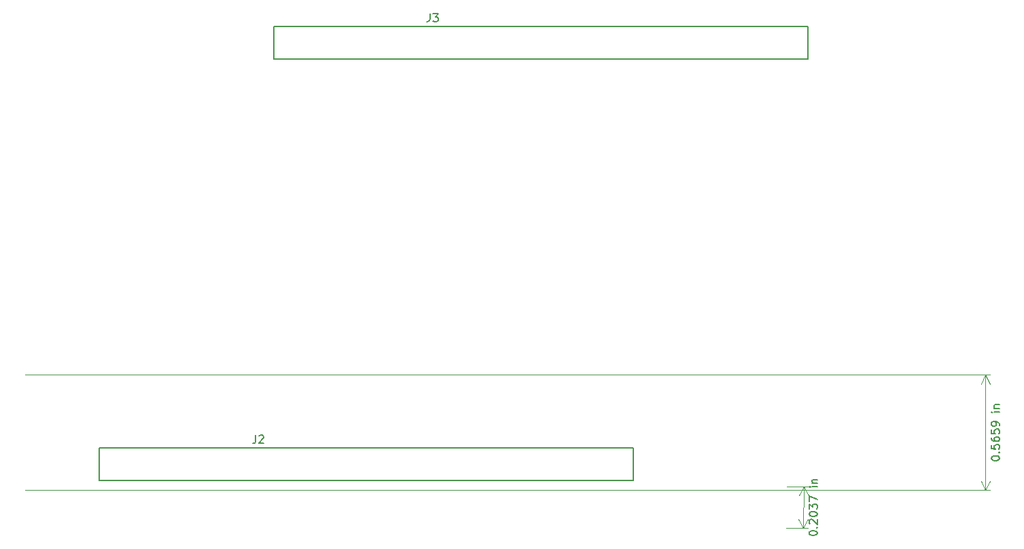
<source format=gto>
G04 #@! TF.GenerationSoftware,KiCad,Pcbnew,5.1.5-52549c5~84~ubuntu18.04.1*
G04 #@! TF.CreationDate,2020-01-28T21:19:39-05:00*
G04 #@! TF.ProjectId,Internal_Acc_Interface,496e7465-726e-4616-9c5f-4163635f496e,rev?*
G04 #@! TF.SameCoordinates,Original*
G04 #@! TF.FileFunction,Legend,Top*
G04 #@! TF.FilePolarity,Positive*
%FSLAX46Y46*%
G04 Gerber Fmt 4.6, Leading zero omitted, Abs format (unit mm)*
G04 Created by KiCad (PCBNEW 5.1.5-52549c5~84~ubuntu18.04.1) date 2020-01-28 21:19:39*
%MOMM*%
%LPD*%
G04 APERTURE LIST*
%ADD10C,0.150000*%
%ADD11C,0.120000*%
G04 APERTURE END LIST*
D10*
X202153648Y-117724404D02*
X202153648Y-117629166D01*
X202201268Y-117533928D01*
X202248887Y-117486309D01*
X202344125Y-117438690D01*
X202534601Y-117391071D01*
X202772696Y-117391071D01*
X202963172Y-117438690D01*
X203058410Y-117486309D01*
X203106029Y-117533928D01*
X203153648Y-117629166D01*
X203153648Y-117724404D01*
X203106029Y-117819642D01*
X203058410Y-117867261D01*
X202963172Y-117914880D01*
X202772696Y-117962500D01*
X202534601Y-117962500D01*
X202344125Y-117914880D01*
X202248887Y-117867261D01*
X202201268Y-117819642D01*
X202153648Y-117724404D01*
X203058410Y-116962500D02*
X203106029Y-116914880D01*
X203153648Y-116962500D01*
X203106029Y-117010119D01*
X203058410Y-116962500D01*
X203153648Y-116962500D01*
X202153648Y-116010119D02*
X202153648Y-116486309D01*
X202629839Y-116533928D01*
X202582220Y-116486309D01*
X202534601Y-116391071D01*
X202534601Y-116152976D01*
X202582220Y-116057738D01*
X202629839Y-116010119D01*
X202725077Y-115962500D01*
X202963172Y-115962500D01*
X203058410Y-116010119D01*
X203106029Y-116057738D01*
X203153648Y-116152976D01*
X203153648Y-116391071D01*
X203106029Y-116486309D01*
X203058410Y-116533928D01*
X202153648Y-115105357D02*
X202153648Y-115295833D01*
X202201268Y-115391071D01*
X202248887Y-115438690D01*
X202391744Y-115533928D01*
X202582220Y-115581547D01*
X202963172Y-115581547D01*
X203058410Y-115533928D01*
X203106029Y-115486309D01*
X203153648Y-115391071D01*
X203153648Y-115200595D01*
X203106029Y-115105357D01*
X203058410Y-115057738D01*
X202963172Y-115010119D01*
X202725077Y-115010119D01*
X202629839Y-115057738D01*
X202582220Y-115105357D01*
X202534601Y-115200595D01*
X202534601Y-115391071D01*
X202582220Y-115486309D01*
X202629839Y-115533928D01*
X202725077Y-115581547D01*
X202153648Y-114105357D02*
X202153648Y-114581547D01*
X202629839Y-114629166D01*
X202582220Y-114581547D01*
X202534601Y-114486309D01*
X202534601Y-114248214D01*
X202582220Y-114152976D01*
X202629839Y-114105357D01*
X202725077Y-114057738D01*
X202963172Y-114057738D01*
X203058410Y-114105357D01*
X203106029Y-114152976D01*
X203153648Y-114248214D01*
X203153648Y-114486309D01*
X203106029Y-114581547D01*
X203058410Y-114629166D01*
X203153648Y-113581547D02*
X203153648Y-113391071D01*
X203106029Y-113295833D01*
X203058410Y-113248214D01*
X202915553Y-113152976D01*
X202725077Y-113105357D01*
X202344125Y-113105357D01*
X202248887Y-113152976D01*
X202201268Y-113200595D01*
X202153648Y-113295833D01*
X202153648Y-113486309D01*
X202201268Y-113581547D01*
X202248887Y-113629166D01*
X202344125Y-113676785D01*
X202582220Y-113676785D01*
X202677458Y-113629166D01*
X202725077Y-113581547D01*
X202772696Y-113486309D01*
X202772696Y-113295833D01*
X202725077Y-113200595D01*
X202677458Y-113152976D01*
X202582220Y-113105357D01*
X203153648Y-111914880D02*
X202486982Y-111914880D01*
X202153648Y-111914880D02*
X202201268Y-111962500D01*
X202248887Y-111914880D01*
X202201268Y-111867261D01*
X202153648Y-111914880D01*
X202248887Y-111914880D01*
X202486982Y-111438690D02*
X203153648Y-111438690D01*
X202582220Y-111438690D02*
X202534601Y-111391071D01*
X202486982Y-111295833D01*
X202486982Y-111152976D01*
X202534601Y-111057738D01*
X202629839Y-111010119D01*
X203153648Y-111010119D01*
D11*
X201431268Y-121650000D02*
X201431268Y-107275000D01*
X81725000Y-121650000D02*
X202017689Y-121650000D01*
X81725000Y-107275000D02*
X202017689Y-107275000D01*
X201431268Y-107275000D02*
X202017689Y-108401504D01*
X201431268Y-107275000D02*
X200844847Y-108401504D01*
X201431268Y-121650000D02*
X202017689Y-120523496D01*
X201431268Y-121650000D02*
X200844847Y-120523496D01*
D10*
X179440877Y-127051521D02*
X179441798Y-126956288D01*
X179490335Y-126861514D01*
X179538411Y-126814357D01*
X179634105Y-126767661D01*
X179825033Y-126721884D01*
X180063117Y-126724184D01*
X180253124Y-126773641D01*
X180347898Y-126822178D01*
X180395054Y-126870255D01*
X180441751Y-126965949D01*
X180440831Y-127061183D01*
X180392294Y-127155956D01*
X180344217Y-127203113D01*
X180248523Y-127249810D01*
X180057596Y-127295586D01*
X179819512Y-127293286D01*
X179629505Y-127243829D01*
X179534731Y-127195292D01*
X179487574Y-127147215D01*
X179440877Y-127051521D01*
X180352958Y-126298393D02*
X180401035Y-126251237D01*
X180448192Y-126299313D01*
X180400115Y-126346470D01*
X180352958Y-126298393D01*
X180448192Y-126299313D01*
X179547613Y-125862021D02*
X179500456Y-125813944D01*
X179453759Y-125718250D01*
X179456060Y-125480166D01*
X179504597Y-125385392D01*
X179552674Y-125338236D01*
X179648367Y-125291539D01*
X179743601Y-125292459D01*
X179885991Y-125341456D01*
X180451872Y-125918379D01*
X180457853Y-125299360D01*
X179463881Y-124670680D02*
X179464801Y-124575446D01*
X179513338Y-124480673D01*
X179561415Y-124433516D01*
X179657108Y-124386819D01*
X179848036Y-124341043D01*
X180086120Y-124343343D01*
X180276127Y-124392800D01*
X180370901Y-124441337D01*
X180418058Y-124489414D01*
X180464754Y-124585108D01*
X180463834Y-124680341D01*
X180415297Y-124775115D01*
X180367220Y-124822272D01*
X180271527Y-124868968D01*
X180080599Y-124914745D01*
X179842515Y-124912445D01*
X179652508Y-124862988D01*
X179557734Y-124814451D01*
X179510577Y-124766374D01*
X179463881Y-124670680D01*
X179470322Y-124004044D02*
X179476303Y-123385026D01*
X179854017Y-123722024D01*
X179855397Y-123579174D01*
X179903934Y-123484400D01*
X179952011Y-123437243D01*
X180047704Y-123390547D01*
X180285789Y-123392847D01*
X180380562Y-123441384D01*
X180427719Y-123489461D01*
X180474416Y-123585154D01*
X180471655Y-123870855D01*
X180423118Y-123965629D01*
X180375041Y-124012786D01*
X179479523Y-123051708D02*
X179485964Y-122385072D01*
X180481777Y-122823285D01*
X180496959Y-121251930D02*
X179830323Y-121245489D01*
X179497006Y-121242269D02*
X179544162Y-121290345D01*
X179592239Y-121243189D01*
X179545082Y-121195112D01*
X179497006Y-121242269D01*
X179592239Y-121243189D01*
X179834924Y-120769321D02*
X180501560Y-120775762D01*
X179930158Y-120770241D02*
X179883001Y-120722164D01*
X179836304Y-120626470D01*
X179837684Y-120483620D01*
X179886221Y-120388846D01*
X179981915Y-120342150D01*
X180505700Y-120347210D01*
D11*
X178775045Y-121195290D02*
X178725045Y-126370290D01*
X176675000Y-121175000D02*
X179361438Y-121200956D01*
X176625000Y-126350000D02*
X179311438Y-126375956D01*
X178725045Y-126370290D02*
X178149535Y-125238173D01*
X178725045Y-126370290D02*
X179322322Y-125249504D01*
X178775045Y-121195290D02*
X178177768Y-122316076D01*
X178775045Y-121195290D02*
X179350555Y-122327407D01*
D10*
X91001000Y-116368000D02*
X91001000Y-120432000D01*
X91001000Y-120432000D02*
X157549000Y-120432000D01*
X157549000Y-116368000D02*
X91001000Y-116368000D01*
X157549000Y-116368000D02*
X157549000Y-120432000D01*
X112726000Y-63768000D02*
X112726000Y-67832000D01*
X112726000Y-67832000D02*
X179274000Y-67832000D01*
X179274000Y-63768000D02*
X112726000Y-63768000D01*
X179274000Y-63768000D02*
X179274000Y-67832000D01*
X110479666Y-114804380D02*
X110479666Y-115518666D01*
X110432047Y-115661523D01*
X110336809Y-115756761D01*
X110193952Y-115804380D01*
X110098714Y-115804380D01*
X110908238Y-114899619D02*
X110955857Y-114852000D01*
X111051095Y-114804380D01*
X111289190Y-114804380D01*
X111384428Y-114852000D01*
X111432047Y-114899619D01*
X111479666Y-114994857D01*
X111479666Y-115090095D01*
X111432047Y-115232952D01*
X110860619Y-115804380D01*
X111479666Y-115804380D01*
X132204666Y-62204380D02*
X132204666Y-62918666D01*
X132157047Y-63061523D01*
X132061809Y-63156761D01*
X131918952Y-63204380D01*
X131823714Y-63204380D01*
X132585619Y-62204380D02*
X133204666Y-62204380D01*
X132871333Y-62585333D01*
X133014190Y-62585333D01*
X133109428Y-62632952D01*
X133157047Y-62680571D01*
X133204666Y-62775809D01*
X133204666Y-63013904D01*
X133157047Y-63109142D01*
X133109428Y-63156761D01*
X133014190Y-63204380D01*
X132728476Y-63204380D01*
X132633238Y-63156761D01*
X132585619Y-63109142D01*
M02*

</source>
